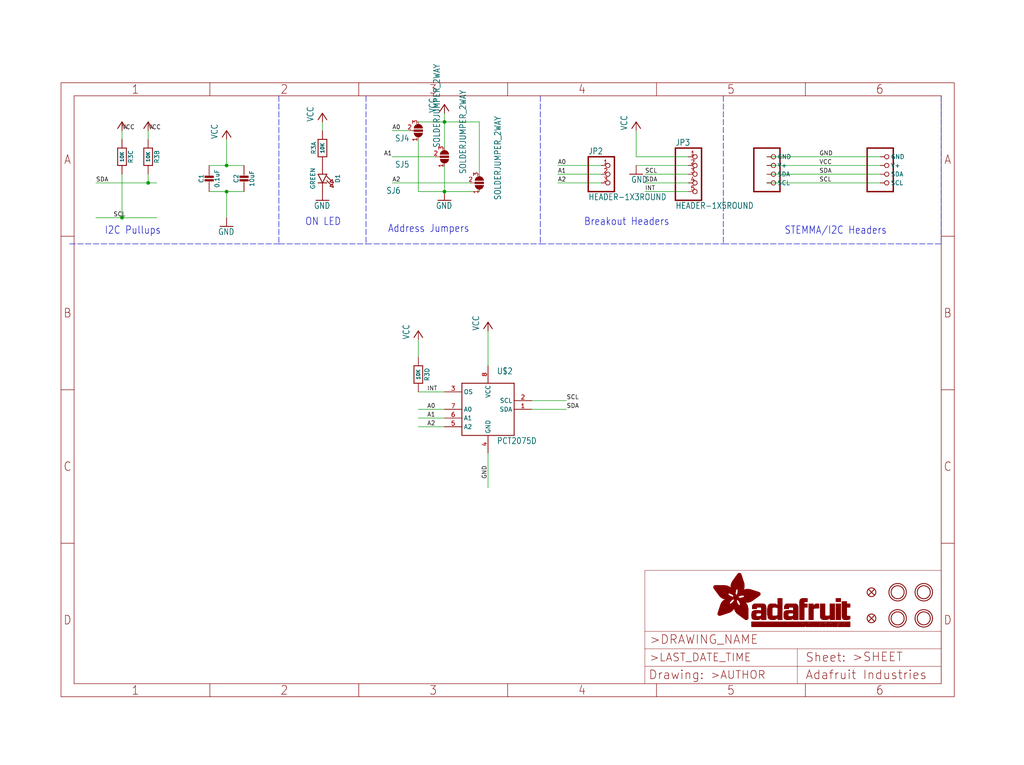
<source format=kicad_sch>
(kicad_sch (version 20211123) (generator eeschema)
  (paper "User" 298.45 223.063)
  (lib_symbols
    (symbol "eagleSchem-eagle-import:CAP_CERAMIC0603_NO"
      (property "Reference" "C" (at -2.29 1.25 90))
      (property "Value" "CAP_CERAMIC0603_NO" (at 2.3 1.25 90))
      (symbol "CAP_CERAMIC0603_NO_1_0"
        (pin passive line (at 0 5.08 270) (length 2.54) (name "1") (number "1"))
        (pin passive line (at 0 -2.54 90) (length 2.54) (name "2") (number "2"))
      )
    )
    (symbol "eagleSchem-eagle-import:CAP_CERAMIC0805-NOOUTLINE"
      (property "Reference" "C" (at -2.29 1.25 90))
      (property "Value" "CAP_CERAMIC0805-NOOUTLINE" (at 2.3 1.25 90))
      (symbol "CAP_CERAMIC0805-NOOUTLINE_1_0"
        (pin passive line (at 0 5.08 270) (length 2.54) (name "1") (number "1"))
        (pin passive line (at 0 -2.54 90) (length 2.54) (name "2") (number "2"))
      )
    )
    (symbol "eagleSchem-eagle-import:FIDUCIAL_1MM")
    (symbol "eagleSchem-eagle-import:FRAME_A4_ADAFRUIT"
      (symbol "FRAME_A4_ADAFRUIT_1_0"
        (text "1" (at 21.6958 1.905 0) (effects (font (size 2.54 2.286))))
        (text "1" (at 21.6958 177.165 0) (effects (font (size 2.54 2.286))))
        (text "2" (at 65.0875 1.905 0) (effects (font (size 2.54 2.286))))
        (text "2" (at 65.0875 177.165 0) (effects (font (size 2.54 2.286))))
        (text "3" (at 108.4792 1.905 0) (effects (font (size 2.54 2.286))))
        (text "3" (at 108.4792 177.165 0) (effects (font (size 2.54 2.286))))
        (text "4" (at 151.8708 1.905 0) (effects (font (size 2.54 2.286))))
        (text "4" (at 151.8708 177.165 0) (effects (font (size 2.54 2.286))))
        (text "5" (at 195.2625 1.905 0) (effects (font (size 2.54 2.286))))
        (text "5" (at 195.2625 177.165 0) (effects (font (size 2.54 2.286))))
        (text "6" (at 238.6542 1.905 0) (effects (font (size 2.54 2.286))))
        (text "6" (at 238.6542 177.165 0) (effects (font (size 2.54 2.286))))
        (text ">AUTHOR" (at 189.23 5.08 0) (effects (font (size 2.286 2.286)) (justify left bottom)))
        (text ">DRAWING_NAME" (at 171.45 15.24 0) (effects (font (size 2.54 2.54)) (justify left bottom)))
        (text ">LAST_DATE_TIME" (at 171.45 10.16 0) (effects (font (size 2.286 2.286)) (justify left bottom)))
        (text ">SHEET" (at 230.505 10.16 0) (effects (font (size 2.54 2.54)) (justify left bottom)))
        (text "A" (at 1.905 156.6863 0) (effects (font (size 2.54 2.286))))
        (text "A" (at 258.445 156.6863 0) (effects (font (size 2.54 2.286))))
        (text "Adafruit Industries" (at 216.916 4.953 0) (effects (font (size 2.54 2.54)) (justify left bottom)))
        (text "B" (at 1.905 111.9188 0) (effects (font (size 2.54 2.286))))
        (text "B" (at 258.445 111.9188 0) (effects (font (size 2.54 2.286))))
        (text "C" (at 1.905 67.1513 0) (effects (font (size 2.54 2.286))))
        (text "C" (at 258.445 67.1513 0) (effects (font (size 2.54 2.286))))
        (text "D" (at 1.905 22.3838 0) (effects (font (size 2.54 2.286))))
        (text "D" (at 258.445 22.3838 0) (effects (font (size 2.54 2.286))))
        (text "Drawing:" (at 171.196 4.953 0) (effects (font (size 2.54 2.54)) (justify left bottom)))
        (text "Sheet:" (at 216.916 10.033 0) (effects (font (size 2.54 2.54)) (justify left bottom)))
      )
    )
    (symbol "eagleSchem-eagle-import:GND" (power)
      (property "Value" "GND" (at -2.54 -2.54 0))
      (symbol "GND_1_0"
        (pin power_in line (at 0 2.54 270) (length 2.54) (name "GND") (number "1"))
      )
    )
    (symbol "eagleSchem-eagle-import:HEADER-1X3ROUND"
      (property "Reference" "JP" (at -6.35 5.715 0))
      (property "Value" "HEADER-1X3ROUND" (at -6.35 -7.62 0))
      (symbol "HEADER-1X3ROUND_1_0"
        (pin passive inverted (at -2.54 2.54 0) (length 2.54) (name "1") (number "1"))
        (pin passive inverted (at -2.54 0 0) (length 2.54) (name "2") (number "2"))
        (pin passive inverted (at -2.54 -2.54 0) (length 2.54) (name "3") (number "3"))
      )
    )
    (symbol "eagleSchem-eagle-import:HEADER-1X5ROUND"
      (property "Reference" "JP" (at -6.35 8.255 0))
      (property "Value" "HEADER-1X5ROUND" (at -6.35 -10.16 0))
      (symbol "HEADER-1X5ROUND_1_0"
        (pin passive inverted (at -2.54 5.08 0) (length 2.54) (name "1") (number "1"))
        (pin passive inverted (at -2.54 2.54 0) (length 2.54) (name "2") (number "2"))
        (pin passive inverted (at -2.54 0 0) (length 2.54) (name "3") (number "3"))
        (pin passive inverted (at -2.54 -2.54 0) (length 2.54) (name "4") (number "4"))
        (pin passive inverted (at -2.54 -5.08 0) (length 2.54) (name "5") (number "5"))
      )
    )
    (symbol "eagleSchem-eagle-import:LED0603_NOOUTLINE"
      (property "Reference" "D" (at -1.27 4.445 0))
      (property "Value" "LED0603_NOOUTLINE" (at -1.27 -2.794 0))
      (symbol "LED0603_NOOUTLINE_1_0"
        (pin passive line (at -5.08 0 0) (length 2.54) (name "A") (number "A"))
        (pin passive line (at 2.54 0 180) (length 2.54) (name "C") (number "C"))
      )
    )
    (symbol "eagleSchem-eagle-import:MOUNTINGHOLE2.5")
    (symbol "eagleSchem-eagle-import:PCT2075D"
      (property "Value" "PCT2075D" (at -10.16 -10.16 0))
      (symbol "PCT2075D_1_0"
        (pin bidirectional line (at 12.7 0 180) (length 5.08) (name "SDA") (number "1"))
        (pin bidirectional line (at 12.7 2.54 180) (length 5.08) (name "SCL") (number "2"))
        (pin output line (at -12.7 5.08 0) (length 5.08) (name "OS") (number "3"))
        (pin power_in line (at 0 -12.7 90) (length 5.08) (name "GND") (number "4"))
        (pin input line (at -12.7 -5.08 0) (length 5.08) (name "A2") (number "5"))
        (pin input line (at -12.7 -2.54 0) (length 5.08) (name "A1") (number "6"))
        (pin input line (at -12.7 0 0) (length 5.08) (name "A0") (number "7"))
        (pin power_in line (at 0 12.7 270) (length 5.08) (name "VCC") (number "8"))
      )
    )
    (symbol "eagleSchem-eagle-import:RESISTOR_4PACK"
      (property "Reference" "R" (at 0 2.54 0))
      (property "Value" "RESISTOR_4PACK" (at 0 0 0))
      (symbol "RESISTOR_4PACK_1_0"
        (pin passive line (at -5.08 0 0) (length 2.54) (name "1") (number "1"))
        (pin passive line (at 5.08 0 180) (length 2.54) (name "2") (number "8"))
      )
      (symbol "RESISTOR_4PACK_2_0"
        (pin passive line (at -5.08 0 0) (length 2.54) (name "1") (number "2"))
        (pin passive line (at 5.08 0 180) (length 2.54) (name "2") (number "7"))
      )
      (symbol "RESISTOR_4PACK_3_0"
        (pin passive line (at -5.08 0 0) (length 2.54) (name "1") (number "3"))
        (pin passive line (at 5.08 0 180) (length 2.54) (name "2") (number "6"))
      )
      (symbol "RESISTOR_4PACK_4_0"
        (pin passive line (at -5.08 0 0) (length 2.54) (name "1") (number "4"))
        (pin passive line (at 5.08 0 180) (length 2.54) (name "2") (number "5"))
      )
    )
    (symbol "eagleSchem-eagle-import:SOLDERJUMPER_2WAY"
      (property "Reference" "SJ" (at -5.08 -3.81 0))
      (property "Value" "SOLDERJUMPER_2WAY" (at -5.08 -6.35 0))
      (symbol "SOLDERJUMPER_2WAY_1_0"
        (pin passive line (at -2.54 0 0) (length 0) (name "1") (number "1"))
        (pin passive line (at 0 2.54 270) (length 0) (name "2") (number "2"))
        (pin passive line (at 2.54 0 180) (length 0) (name "3") (number "3"))
      )
    )
    (symbol "eagleSchem-eagle-import:STEMMA_I2C_QT"
      (symbol "STEMMA_I2C_QT_1_0"
        (pin passive inverted (at 0 5.08 0) (length 2.54) (name "GND") (number "1"))
        (pin passive inverted (at 0 2.54 0) (length 2.54) (name "V+") (number "2"))
        (pin passive inverted (at 0 0 0) (length 2.54) (name "SDA") (number "3"))
        (pin passive inverted (at 0 -2.54 0) (length 2.54) (name "SCL") (number "4"))
      )
      (symbol "STEMMA_I2C_QT_2_0"
        (pin bidirectional line (at 0 0 0) (length 5.08) (name "MT") (number "MT1"))
      )
      (symbol "STEMMA_I2C_QT_3_0"
        (pin bidirectional line (at 0 0 0) (length 5.08) (name "MT") (number "MT2"))
      )
    )
    (symbol "eagleSchem-eagle-import:VCC" (power)
      (property "Value" "VCC" (at -2.54 -2.54 90))
      (symbol "VCC_1_0"
        (pin power_in line (at 0 -2.54 90) (length 2.54) (name "VCC") (number "1"))
      )
    )
  )
  (junction (at 129.54 35.56))
  (junction (at 66.04 48.26))
  (junction (at 129.54 55.88))
  (junction (at 43.18 53.34))
  (junction (at 66.04 55.88))
  (junction (at 35.56 63.5))
  (wire (pts (xy 154.94 116.84) (xy 165.1 116.84)))
  (wire (pts (xy 175.26 53.34) (xy 162.56 53.34)))
  (wire (pts (xy 129.54 35.56) (xy 121.92 35.56)))
  (wire (pts (xy 200.66 45.72) (xy 185.42 45.72)))
  (wire (pts (xy 154.94 119.38) (xy 165.1 119.38)))
  (wire (pts (xy 60.96 48.26) (xy 66.04 48.26)))
  (wire (pts (xy 66.04 55.88) (xy 66.04 63.5)))
  (wire (pts (xy 139.7 55.88) (xy 129.54 55.88)))
  (wire (pts (xy 129.54 35.56) (xy 139.7 35.56)))
  (wire (pts (xy 121.92 99.06) (xy 121.92 104.14)))
  (polyline (pts (xy 81.28 27.94) (xy 81.28 71.12)))
  (wire (pts (xy 45.72 53.34) (xy 43.18 53.34)))
  (wire (pts (xy 129.54 124.46) (xy 121.92 124.46)))
  (wire (pts (xy 121.92 40.64) (xy 121.92 55.88)))
  (polyline (pts (xy 106.68 71.12) (xy 157.48 71.12)))
  (wire (pts (xy 119.38 38.1) (xy 114.3 38.1)))
  (wire (pts (xy 129.54 119.38) (xy 121.92 119.38)))
  (wire (pts (xy 43.18 50.8) (xy 43.18 53.34)))
  (wire (pts (xy 93.98 38.1) (xy 93.98 35.56)))
  (wire (pts (xy 66.04 55.88) (xy 71.12 55.88)))
  (wire (pts (xy 35.56 63.5) (xy 27.94 63.5)))
  (wire (pts (xy 43.18 40.64) (xy 43.18 38.1)))
  (polyline (pts (xy 106.68 27.94) (xy 106.68 71.12)))
  (wire (pts (xy 35.56 50.8) (xy 35.56 63.5)))
  (wire (pts (xy 129.54 35.56) (xy 129.54 33.02)))
  (wire (pts (xy 139.7 35.56) (xy 139.7 50.8)))
  (wire (pts (xy 35.56 38.1) (xy 35.56 40.64)))
  (polyline (pts (xy 157.48 27.94) (xy 157.48 71.12)))
  (polyline (pts (xy 274.32 27.94) (xy 274.32 71.12)))
  (wire (pts (xy 43.18 53.34) (xy 27.94 53.34)))
  (wire (pts (xy 142.24 132.08) (xy 142.24 142.24)))
  (wire (pts (xy 45.72 63.5) (xy 35.56 63.5)))
  (polyline (pts (xy 20.32 71.12) (xy 81.28 71.12)))
  (wire (pts (xy 185.42 45.72) (xy 185.42 38.1)))
  (wire (pts (xy 142.24 106.68) (xy 142.24 96.52)))
  (polyline (pts (xy 210.82 71.12) (xy 274.32 71.12)))
  (wire (pts (xy 129.54 114.3) (xy 121.92 114.3)))
  (polyline (pts (xy 210.82 27.94) (xy 210.82 71.12)))
  (wire (pts (xy 256.54 50.8) (xy 223.52 50.8)))
  (wire (pts (xy 66.04 48.26) (xy 71.12 48.26)))
  (wire (pts (xy 121.92 55.88) (xy 129.54 55.88)))
  (wire (pts (xy 129.54 121.92) (xy 121.92 121.92)))
  (wire (pts (xy 66.04 48.26) (xy 66.04 40.64)))
  (wire (pts (xy 127 45.72) (xy 114.3 45.72)))
  (wire (pts (xy 223.52 53.34) (xy 256.54 53.34)))
  (wire (pts (xy 200.66 55.88) (xy 187.96 55.88)))
  (wire (pts (xy 129.54 48.26) (xy 129.54 55.88)))
  (wire (pts (xy 175.26 48.26) (xy 162.56 48.26)))
  (wire (pts (xy 200.66 53.34) (xy 187.96 53.34)))
  (wire (pts (xy 60.96 55.88) (xy 66.04 55.88)))
  (polyline (pts (xy 157.48 71.12) (xy 210.82 71.12)))
  (wire (pts (xy 129.54 43.18) (xy 129.54 35.56)))
  (wire (pts (xy 200.66 48.26) (xy 185.42 48.26)))
  (wire (pts (xy 175.26 50.8) (xy 162.56 50.8)))
  (wire (pts (xy 137.16 53.34) (xy 114.3 53.34)))
  (wire (pts (xy 223.52 48.26) (xy 256.54 48.26)))
  (wire (pts (xy 200.66 50.8) (xy 187.96 50.8)))
  (wire (pts (xy 256.54 45.72) (xy 223.52 45.72)))
  (polyline (pts (xy 81.28 71.12) (xy 106.68 71.12)))
  (text "Breakout Headers" (at 170.18 66.04 180) (effects (font (size 2.1844 1.8567)) (justify left bottom)))
  (text "Address Jumpers" (at 113.03 68.072 180) (effects (font (size 2.1844 1.8567)) (justify left bottom)))
  (text "ON LED" (at 88.9 66.04 180) (effects (font (size 2.1844 1.8567)) (justify left bottom)))
  (text "I2C Pullups" (at 30.48 68.58 180) (effects (font (size 2.1844 1.8567)) (justify left bottom)))
  (text "STEMMA/I2C Headers" (at 228.6 68.58 180) (effects (font (size 2.1844 1.8567)) (justify left bottom)))
  (label "GND" (at 142.24 139.7 90) (effects (font (size 1.2446 1.2446))))
  (label "VCC" (at 238.76 48.26 0) (effects (font (size 1.2446 1.2446))))
  (label "A0" (at 162.56 48.26 0) (effects (font (size 1.2446 1.2446))))
  (label "SCL" (at 33.02 63.5 0) (effects (font (size 1.2446 1.2446))))
  (label "GND" (at 238.76 45.72 0) (effects (font (size 1.2446 1.2446))))
  (label "SCL" (at 165.1 116.84 0) (effects (font (size 1.2446 1.2446))))
  (label "A1" (at 124.46 121.92 0) (effects (font (size 1.2446 1.2446))))
  (label "VCC" (at 43.18 38.1 0) (effects (font (size 1.2446 1.2446))))
  (label "A2" (at 162.56 53.34 0) (effects (font (size 1.2446 1.2446))))
  (label "INT" (at 187.96 55.88 0) (effects (font (size 1.2446 1.2446))))
  (label "A2" (at 114.3 53.34 0) (effects (font (size 1.2446 1.2446))))
  (label "SCL" (at 187.96 50.8 0) (effects (font (size 1.2446 1.2446))))
  (label "SDA" (at 238.76 50.8 0) (effects (font (size 1.2446 1.2446))))
  (label "A0" (at 114.3 38.1 0) (effects (font (size 1.2446 1.2446))))
  (label "INT" (at 124.46 114.3 0) (effects (font (size 1.2446 1.2446))))
  (label "A1" (at 162.56 50.8 0) (effects (font (size 1.2446 1.2446))))
  (label "A2" (at 124.46 124.46 0) (effects (font (size 1.2446 1.2446))))
  (label "SDA" (at 165.1 119.38 0) (effects (font (size 1.2446 1.2446))))
  (label "A0" (at 124.46 119.38 0) (effects (font (size 1.2446 1.2446))))
  (label "SCL" (at 238.76 53.34 0) (effects (font (size 1.2446 1.2446))))
  (label "VCC" (at 35.56 38.1 0) (effects (font (size 1.2446 1.2446))))
  (label "A1" (at 114.3 45.72 180) (effects (font (size 1.2446 1.2446))))
  (label "SDA" (at 27.94 53.34 0) (effects (font (size 1.2446 1.2446))))
  (label "SDA" (at 187.96 53.34 0) (effects (font (size 1.2446 1.2446))))
  (symbol (lib_id "eagleSchem-eagle-import:STEMMA_I2C_QT") (at 256.54 50.8 0) (unit 1)
    (property "Reference" "CONN4" (effects hide))
    (property "Value" "STEMMA_I2C_QT" (effects hide))
    (property "Footprint" "eagleSchem:JST_SH4" (effects hide))
  )
  (symbol (lib_id "eagleSchem-eagle-import:SOLDERJUMPER_2WAY") (at 139.7 53.34 90) (unit 1)
    (property "Reference" "SJ6" (at 116.84 54.61 90) (effects (font (size 1.778 1.5113)) (justify left bottom)))
    (property "Value" "SOLDERJUMPER_2WAY" (at 146.05 58.42 0) (effects (font (size 1.778 1.5113)) (justify left bottom)))
    (property "Footprint" "eagleSchem:SOLDERJUMPER_2WAY_OPEN_NOPASTE" (effects hide))
  )
  (symbol (lib_id "eagleSchem-eagle-import:SOLDERJUMPER_2WAY") (at 121.92 38.1 90) (unit 1)
    (property "Reference" "SJ4" (at 119.38 39.37 90) (effects (font (size 1.778 1.5113)) (justify left bottom)))
    (property "Value" "SOLDERJUMPER_2WAY" (at 128.27 43.18 0) (effects (font (size 1.778 1.5113)) (justify left bottom)))
    (property "Footprint" "eagleSchem:SOLDERJUMPER_2WAY_OPEN_NOPASTE" (effects hide))
  )
  (symbol (lib_id "eagleSchem-eagle-import:VCC") (at 35.56 35.56 0) (unit 1)
    (property "Reference" "#P+1" (effects hide))
    (property "Value" "VCC" (effects hide))
    (property "Footprint" "eagleSchem:" (effects hide))
  )
  (symbol (lib_id "eagleSchem-eagle-import:RESISTOR_4PACK") (at 93.98 43.18 90) (unit 1)
    (property "Reference" "R3" (at 91.44 43.18 0))
    (property "Value" "10K" (at 93.98 43.18 0) (effects (font (size 1.016 1.016) bold)))
    (property "Footprint" "eagleSchem:RESPACK_4X0603" (effects hide))
  )
  (symbol (lib_id "eagleSchem-eagle-import:HEADER-1X5ROUND") (at 203.2 50.8 0) (unit 1)
    (property "Reference" "JP3" (at 196.85 42.545 0) (effects (font (size 1.778 1.5113)) (justify left bottom)))
    (property "Value" "HEADER-1X5ROUND" (at 196.85 60.96 0) (effects (font (size 1.778 1.5113)) (justify left bottom)))
    (property "Footprint" "eagleSchem:1X05_ROUND" (effects hide))
  )
  (symbol (lib_id "eagleSchem-eagle-import:VCC") (at 43.18 35.56 0) (unit 1)
    (property "Reference" "#P+2" (effects hide))
    (property "Value" "VCC" (effects hide))
    (property "Footprint" "eagleSchem:" (effects hide))
  )
  (symbol (lib_id "eagleSchem-eagle-import:VCC") (at 121.92 96.52 0) (unit 1)
    (property "Reference" "#P+6" (effects hide))
    (property "Value" "VCC" (at 119.38 99.06 90) (effects (font (size 1.778 1.5113)) (justify left bottom)))
    (property "Footprint" "eagleSchem:" (effects hide))
  )
  (symbol (lib_id "eagleSchem-eagle-import:CAP_CERAMIC0603_NO") (at 60.96 53.34 0) (unit 1)
    (property "Reference" "C1" (at 58.67 52.09 90))
    (property "Value" "0.1uF" (at 63.26 52.09 90))
    (property "Footprint" "eagleSchem:0603-NO" (effects hide))
  )
  (symbol (lib_id "eagleSchem-eagle-import:RESISTOR_4PACK") (at 121.92 109.22 270) (unit 4)
    (property "Reference" "R3" (at 124.46 109.22 0))
    (property "Value" "10K" (at 121.92 109.22 0) (effects (font (size 1.016 1.016) bold)))
    (property "Footprint" "eagleSchem:RESPACK_4X0603" (effects hide))
  )
  (symbol (lib_id "eagleSchem-eagle-import:VCC") (at 66.04 38.1 0) (unit 1)
    (property "Reference" "#P+7" (effects hide))
    (property "Value" "VCC" (at 63.5 40.64 90) (effects (font (size 1.778 1.5113)) (justify left bottom)))
    (property "Footprint" "eagleSchem:" (effects hide))
  )
  (symbol (lib_id "eagleSchem-eagle-import:VCC") (at 129.54 30.48 0) (unit 1)
    (property "Reference" "#P+4" (effects hide))
    (property "Value" "VCC" (at 127 33.02 90) (effects (font (size 1.778 1.5113)) (justify left bottom)))
    (property "Footprint" "eagleSchem:" (effects hide))
  )
  (symbol (lib_id "eagleSchem-eagle-import:FIDUCIAL_1MM") (at 254 180.34 0) (unit 1)
    (property "Reference" "FID3" (effects hide))
    (property "Value" "FIDUCIAL_1MM" (effects hide))
    (property "Footprint" "eagleSchem:FIDUCIAL_1MM" (effects hide))
  )
  (symbol (lib_id "eagleSchem-eagle-import:VCC") (at 93.98 33.02 0) (unit 1)
    (property "Reference" "#P+3" (effects hide))
    (property "Value" "VCC" (at 91.44 35.56 90) (effects (font (size 1.778 1.5113)) (justify left bottom)))
    (property "Footprint" "eagleSchem:" (effects hide))
  )
  (symbol (lib_id "eagleSchem-eagle-import:LED0603_NOOUTLINE") (at 93.98 53.34 270) (unit 1)
    (property "Reference" "D1" (at 98.425 52.07 0))
    (property "Value" "GREEN" (at 91.186 52.07 0))
    (property "Footprint" "eagleSchem:CHIPLED_0603_NOOUTLINE" (effects hide))
  )
  (symbol (lib_id "eagleSchem-eagle-import:GND") (at 66.04 66.04 0) (unit 1)
    (property "Reference" "#GND1" (effects hide))
    (property "Value" "GND" (at 63.5 68.58 0) (effects (font (size 1.778 1.5113)) (justify left bottom)))
    (property "Footprint" "eagleSchem:" (effects hide))
  )
  (symbol (lib_id "eagleSchem-eagle-import:GND") (at 93.98 58.42 0) (unit 1)
    (property "Reference" "#GND6" (effects hide))
    (property "Value" "GND" (at 91.44 60.96 0) (effects (font (size 1.778 1.5113)) (justify left bottom)))
    (property "Footprint" "eagleSchem:" (effects hide))
  )
  (symbol (lib_id "eagleSchem-eagle-import:RESISTOR_4PACK") (at 43.18 45.72 270) (unit 2)
    (property "Reference" "R3" (at 45.72 45.72 0))
    (property "Value" "10K" (at 43.18 45.72 0) (effects (font (size 1.016 1.016) bold)))
    (property "Footprint" "eagleSchem:RESPACK_4X0603" (effects hide))
  )
  (symbol (lib_id "eagleSchem-eagle-import:GND") (at 129.54 58.42 0) (unit 1)
    (property "Reference" "#GND2" (effects hide))
    (property "Value" "GND" (at 127 60.96 0) (effects (font (size 1.778 1.5113)) (justify left bottom)))
    (property "Footprint" "eagleSchem:" (effects hide))
  )
  (symbol (lib_id "eagleSchem-eagle-import:VCC") (at 142.24 93.98 0) (unit 1)
    (property "Reference" "#P+5" (effects hide))
    (property "Value" "VCC" (at 139.7 96.52 90) (effects (font (size 1.778 1.5113)) (justify left bottom)))
    (property "Footprint" "eagleSchem:" (effects hide))
  )
  (symbol (lib_id "eagleSchem-eagle-import:MOUNTINGHOLE2.5") (at 261.62 172.72 0) (unit 1)
    (property "Reference" "U$17" (effects hide))
    (property "Value" "MOUNTINGHOLE2.5" (effects hide))
    (property "Footprint" "eagleSchem:MOUNTINGHOLE_2.5_PLATED" (effects hide))
  )
  (symbol (lib_id "eagleSchem-eagle-import:GND") (at 185.42 50.8 0) (unit 1)
    (property "Reference" "#U$10" (effects hide))
    (property "Value" "GND" (at 183.896 53.34 0) (effects (font (size 1.778 1.5113)) (justify left bottom)))
    (property "Footprint" "eagleSchem:" (effects hide))
  )
  (symbol (lib_id "eagleSchem-eagle-import:HEADER-1X3ROUND") (at 177.8 50.8 0) (unit 1)
    (property "Reference" "JP2" (at 171.45 45.085 0) (effects (font (size 1.778 1.5113)) (justify left bottom)))
    (property "Value" "HEADER-1X3ROUND" (at 171.45 58.42 0) (effects (font (size 1.778 1.5113)) (justify left bottom)))
    (property "Footprint" "eagleSchem:1X03_ROUND" (effects hide))
  )
  (symbol (lib_id "eagleSchem-eagle-import:RESISTOR_4PACK") (at 35.56 45.72 270) (unit 3)
    (property "Reference" "R3" (at 38.1 45.72 0))
    (property "Value" "10K" (at 35.56 45.72 0) (effects (font (size 1.016 1.016) bold)))
    (property "Footprint" "eagleSchem:RESPACK_4X0603" (effects hide))
  )
  (symbol (lib_id "eagleSchem-eagle-import:VCC") (at 185.42 35.56 0) (unit 1)
    (property "Reference" "#P+8" (effects hide))
    (property "Value" "VCC" (at 182.88 38.1 90) (effects (font (size 1.778 1.5113)) (justify left bottom)))
    (property "Footprint" "eagleSchem:" (effects hide))
  )
  (symbol (lib_id "eagleSchem-eagle-import:PCT2075D") (at 142.24 119.38 0) (unit 1)
    (property "Reference" "U$2" (at 144.78 109.22 0) (effects (font (size 1.778 1.5113)) (justify left bottom)))
    (property "Value" "PCT2075D" (at 144.78 129.54 0) (effects (font (size 1.778 1.5113)) (justify left bottom)))
    (property "Footprint" "eagleSchem:SOIC8_150MIL" (effects hide))
  )
  (symbol (lib_id "eagleSchem-eagle-import:FRAME_A4_ADAFRUIT") (at 17.78 203.2 0) (unit 1)
    (property "Reference" "#U$18" (effects hide))
    (property "Value" "FRAME_A4_ADAFRUIT" (effects hide))
    (property "Footprint" "eagleSchem:" (effects hide))
  )
  (symbol (lib_id "eagleSchem-eagle-import:FIDUCIAL_1MM") (at 254 172.72 0) (unit 1)
    (property "Reference" "FID4" (effects hide))
    (property "Value" "FIDUCIAL_1MM" (effects hide))
    (property "Footprint" "eagleSchem:FIDUCIAL_1MM" (effects hide))
  )
  (symbol (lib_id "eagleSchem-eagle-import:STEMMA_I2C_QT") (at 223.52 50.8 0) (unit 1)
    (property "Reference" "CONN3" (effects hide))
    (property "Value" "STEMMA_I2C_QT" (effects hide))
    (property "Footprint" "eagleSchem:JST_SH4" (effects hide))
  )
  (symbol (lib_id "eagleSchem-eagle-import:MOUNTINGHOLE2.5") (at 261.62 180.34 0) (unit 1)
    (property "Reference" "U$1" (effects hide))
    (property "Value" "MOUNTINGHOLE2.5" (effects hide))
    (property "Footprint" "eagleSchem:MOUNTINGHOLE_2.5_PLATED" (effects hide))
  )
  (symbol (lib_id "eagleSchem-eagle-import:MOUNTINGHOLE2.5") (at 269.24 172.72 0) (unit 1)
    (property "Reference" "U$19" (effects hide))
    (property "Value" "MOUNTINGHOLE2.5" (effects hide))
    (property "Footprint" "eagleSchem:MOUNTINGHOLE_2.5_PLATED" (effects hide))
  )
  (symbol (lib_id "eagleSchem-eagle-import:MOUNTINGHOLE2.5") (at 269.24 180.34 0) (unit 1)
    (property "Reference" "U$21" (effects hide))
    (property "Value" "MOUNTINGHOLE2.5" (effects hide))
    (property "Footprint" "eagleSchem:MOUNTINGHOLE_2.5_PLATED" (effects hide))
  )
  (symbol (lib_id "eagleSchem-eagle-import:SOLDERJUMPER_2WAY") (at 129.54 45.72 90) (unit 1)
    (property "Reference" "SJ5" (at 119.38 46.99 90) (effects (font (size 1.778 1.5113)) (justify left bottom)))
    (property "Value" "SOLDERJUMPER_2WAY" (at 135.89 50.8 0) (effects (font (size 1.778 1.5113)) (justify left bottom)))
    (property "Footprint" "eagleSchem:SOLDERJUMPER_2WAY_OPEN_NOPASTE" (effects hide))
  )
  (symbol (lib_id "eagleSchem-eagle-import:CAP_CERAMIC0805-NOOUTLINE") (at 71.12 53.34 0) (unit 1)
    (property "Reference" "C2" (at 68.83 52.09 90))
    (property "Value" "10uF" (at 73.42 52.09 90))
    (property "Footprint" "eagleSchem:0805-NO" (effects hide))
  )
)
</source>
